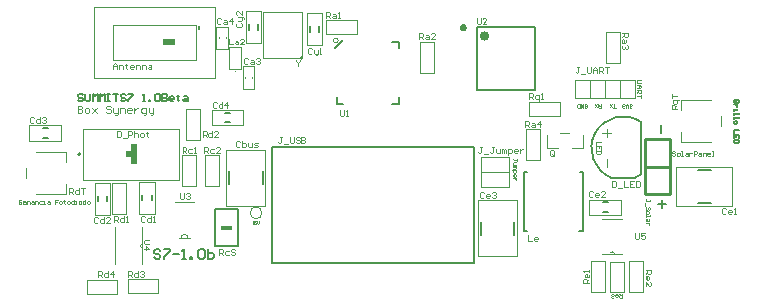
<source format=gto>
G04*
G04 #@! TF.GenerationSoftware,Altium Limited,Altium Designer,19.0.11 (319)*
G04*
G04 Layer_Color=65535*
%FSLAX25Y25*%
%MOIN*%
G70*
G01*
G75*
%ADD10C,0.00787*%
%ADD11C,0.00394*%
%ADD12C,0.00000*%
%ADD13C,0.00500*%
%ADD14C,0.00400*%
%ADD15C,0.00330*%
%ADD16C,0.00354*%
%ADD17C,0.00300*%
%ADD18C,0.00800*%
%ADD19C,0.00197*%
%ADD20C,0.00315*%
%ADD21C,0.00402*%
%ADD22C,0.00200*%
%ADD23C,0.01000*%
%ADD24C,0.00323*%
%ADD25C,0.00600*%
%ADD26C,0.00276*%
%ADD27C,0.00236*%
%ADD28C,0.00591*%
%ADD29C,0.00472*%
%ADD30C,0.00512*%
%ADD31C,0.00433*%
%ADD32R,0.01968X0.07087*%
%ADD33R,0.02559X0.01968*%
%ADD34R,0.00787X0.01772*%
%ADD35R,0.03937X0.01968*%
G36*
X72441Y23819D02*
Y25394D01*
X75984D01*
Y23819D01*
X72441D01*
D02*
G37*
D10*
X25492Y49213D02*
G03*
X25492Y49213I-394J0D01*
G01*
X212371Y59926D02*
G03*
X202464Y41348I-5973J-8745D01*
G01*
X210403Y41377D02*
G03*
X212347Y42419I-4006J9804D01*
G01*
X156752Y12874D02*
Y51583D01*
X89252Y12874D02*
Y51583D01*
X156752D01*
X157579Y91535D02*
X177067D01*
Y70669D02*
Y91535D01*
X157579Y70669D02*
X177067D01*
X157579D02*
Y91535D01*
X212381Y42419D02*
Y59941D01*
X202461Y41339D02*
X210403D01*
X52197Y16895D02*
X51673Y17420D01*
X50623D01*
X50098Y16895D01*
Y16371D01*
X50623Y15846D01*
X51673D01*
X52197Y15321D01*
Y14796D01*
X51673Y14272D01*
X50623D01*
X50098Y14796D01*
X53247Y17420D02*
X55346D01*
Y16895D01*
X53247Y14796D01*
Y14272D01*
X56396Y15846D02*
X58495D01*
X59544Y14272D02*
X60594D01*
X60069D01*
Y17420D01*
X59544Y16895D01*
X62168Y14272D02*
Y14796D01*
X62693D01*
Y14272D01*
X62168D01*
X64792Y16895D02*
X65317Y17420D01*
X66366D01*
X66891Y16895D01*
Y14796D01*
X66366Y14272D01*
X65317D01*
X64792Y14796D01*
Y16895D01*
X67940Y17420D02*
Y14272D01*
X69515D01*
X70039Y14796D01*
Y15321D01*
Y15846D01*
X69515Y16371D01*
X67940D01*
D11*
X46063Y19313D02*
G03*
X46063Y17993I-0J-660D01*
G01*
X37106Y12551D02*
Y24755D01*
X46063Y12551D02*
Y24755D01*
X5840Y33825D02*
X5610Y34055D01*
X5151D01*
X4921Y33825D01*
Y32907D01*
X5151Y32677D01*
X5610D01*
X5840Y32907D01*
Y33366D01*
X5380D01*
X6528Y33595D02*
X6988D01*
X7217Y33366D01*
Y32677D01*
X6528D01*
X6299Y32907D01*
X6528Y33136D01*
X7217D01*
X7676Y32677D02*
Y33595D01*
X8365D01*
X8595Y33366D01*
Y32677D01*
X9283Y33595D02*
X9742D01*
X9972Y33366D01*
Y32677D01*
X9283D01*
X9054Y32907D01*
X9283Y33136D01*
X9972D01*
X10431Y32677D02*
Y33595D01*
X11120D01*
X11350Y33366D01*
Y32677D01*
X12727Y33595D02*
X12038D01*
X11809Y33366D01*
Y32907D01*
X12038Y32677D01*
X12727D01*
X13186D02*
X13645D01*
X13416D01*
Y33595D01*
X13186D01*
X14564D02*
X15023D01*
X15252Y33366D01*
Y32677D01*
X14564D01*
X14334Y32907D01*
X14564Y33136D01*
X15252D01*
X18008Y34055D02*
X17089D01*
Y33366D01*
X17548D01*
X17089D01*
Y32677D01*
X18696D02*
X19155D01*
X19385Y32907D01*
Y33366D01*
X19155Y33595D01*
X18696D01*
X18467Y33366D01*
Y32907D01*
X18696Y32677D01*
X20074Y33825D02*
Y33595D01*
X19844D01*
X20303D01*
X20074D01*
Y32907D01*
X20303Y32677D01*
X21222D02*
X21681D01*
X21910Y32907D01*
Y33366D01*
X21681Y33595D01*
X21222D01*
X20992Y33366D01*
Y32907D01*
X21222Y32677D01*
X23288Y34055D02*
Y32677D01*
X22599D01*
X22370Y32907D01*
Y33366D01*
X22599Y33595D01*
X23288D01*
X23747Y32677D02*
X24206D01*
X23977D01*
Y33595D01*
X23747D01*
X25125Y32677D02*
X25584D01*
X25813Y32907D01*
Y33366D01*
X25584Y33595D01*
X25125D01*
X24895Y33366D01*
Y32907D01*
X25125Y32677D01*
X27191Y34055D02*
Y32677D01*
X26502D01*
X26272Y32907D01*
Y33366D01*
X26502Y33595D01*
X27191D01*
X27880Y32677D02*
X28339D01*
X28568Y32907D01*
Y33366D01*
X28339Y33595D01*
X27880D01*
X27650Y33366D01*
Y32907D01*
X27880Y32677D01*
D12*
X111430Y87008D02*
G03*
X111430Y87008I-800J0D01*
G01*
D13*
X161481Y88583D02*
G03*
X161481Y88583I-1245J0D01*
G01*
X161117D02*
G03*
X161117Y88583I-880J0D01*
G01*
X160793D02*
G03*
X160793Y88583I-557J0D01*
G01*
X160630D02*
G03*
X160630Y88583I-394J0D01*
G01*
Y88189D02*
G03*
X160630Y88189I-394J0D01*
G01*
X154030Y91339D02*
G03*
X154030Y91339I-880J0D01*
G01*
X153937D02*
G03*
X153937Y91339I-394J0D01*
G01*
X153543D02*
G03*
X153543Y91339I-394J0D01*
G01*
X99667Y81276D02*
G03*
X99667Y81276I-339J0D01*
G01*
X89252Y12874D02*
X156752D01*
X86221Y39213D02*
Y43465D01*
X75197Y39213D02*
Y43465D01*
X231339Y43976D02*
X235591D01*
X231339Y32953D02*
X235591D01*
X170177Y22360D02*
Y26612D01*
X159153Y22360D02*
Y26612D01*
X192913Y23425D02*
Y43110D01*
X191732Y23425D02*
X192913D01*
X191929Y43110D02*
X192913D01*
X173228Y23425D02*
Y43110D01*
X174409D01*
X173228Y23425D02*
X174213D01*
X70472Y18406D02*
Y30807D01*
Y18406D02*
X77953D01*
Y30807D01*
X70472D02*
X77953D01*
X46161Y33810D02*
Y35581D01*
X49311Y33810D02*
Y35581D01*
X34447Y33416D02*
Y35188D01*
X31297Y33416D02*
Y35188D01*
X12953Y57756D02*
X14724D01*
X12953Y54606D02*
X14724D01*
X199567Y29921D02*
X201339D01*
X199567Y33071D02*
X201339D01*
X101969Y90059D02*
Y91831D01*
X105118Y90059D02*
Y91831D01*
X81653Y90728D02*
Y92500D01*
X84803Y90728D02*
Y92500D01*
X73642Y62894D02*
X75413D01*
X73642Y59744D02*
X75413D01*
D14*
X203556Y15846D02*
G03*
X201956Y15846I-800J0D01*
G01*
X61436Y21265D02*
G03*
X59036Y21265I-1200J0D01*
G01*
X36419Y80513D02*
Y92324D01*
Y80513D02*
X63977D01*
Y92324D01*
X36419D02*
X63977D01*
X189272Y51279D02*
X192913D01*
Y55413D01*
X185531Y56398D02*
X188484D01*
X181102Y51279D02*
X184744D01*
X181102D02*
Y55413D01*
X199409Y27657D02*
X206102D01*
X199409Y15846D02*
X206102D01*
X58536Y21265D02*
X59036D01*
X61436D01*
X61936D01*
X57036Y33165D02*
X63436D01*
X159055Y48307D02*
X168504D01*
Y43307D02*
Y48307D01*
X159055Y43307D02*
X168504D01*
X159055D02*
Y48307D01*
X168504Y38287D02*
Y41563D01*
X159055Y38287D02*
Y41614D01*
Y38287D02*
X168504D01*
X20866Y46457D02*
Y50000D01*
X10630D02*
X20866D01*
X7480Y41339D02*
Y44488D01*
X10630Y35827D02*
X20866D01*
Y39370D01*
X225590Y53150D02*
Y56693D01*
Y53150D02*
X235827D01*
X238976Y58661D02*
Y61811D01*
X225590Y67323D02*
X235827D01*
X225590Y63779D02*
Y67323D01*
X86528Y81276D02*
X99328D01*
X86528D02*
Y96576D01*
X99328D01*
Y81276D02*
Y96576D01*
X205394Y67866D02*
X210394D01*
Y73866D01*
X190394D02*
X210394D01*
X190394Y67866D02*
Y73866D01*
Y67866D02*
X210394D01*
X205394D02*
Y73866D01*
X200394Y67866D02*
Y73866D01*
X195394Y67866D02*
Y73866D01*
X200984Y44833D02*
Y47490D01*
Y54833D02*
Y57490D01*
Y56181D02*
Y57490D01*
Y56181D02*
X202461D01*
X199508D02*
X202461D01*
X200984Y56102D02*
X202461D01*
X200984D02*
Y57411D01*
X223736Y49970D02*
X223486Y50220D01*
X222986D01*
X222736Y49970D01*
Y49720D01*
X222986Y49470D01*
X223486D01*
X223736Y49220D01*
Y48970D01*
X223486Y48720D01*
X222986D01*
X222736Y48970D01*
X224486Y48720D02*
X224986D01*
X225235Y48970D01*
Y49470D01*
X224986Y49720D01*
X224486D01*
X224236Y49470D01*
Y48970D01*
X224486Y48720D01*
X225735D02*
X226235D01*
X225985D01*
Y50220D01*
X225735D01*
X227235Y49720D02*
X227735D01*
X227984Y49470D01*
Y48720D01*
X227235D01*
X226985Y48970D01*
X227235Y49220D01*
X227984D01*
X228484Y49720D02*
Y48720D01*
Y49220D01*
X228734Y49470D01*
X228984Y49720D01*
X229234D01*
X229984Y48720D02*
Y50220D01*
X230734D01*
X230984Y49970D01*
Y49470D01*
X230734Y49220D01*
X229984D01*
X231733Y49720D02*
X232233D01*
X232483Y49470D01*
Y48720D01*
X231733D01*
X231483Y48970D01*
X231733Y49220D01*
X232483D01*
X232983Y48720D02*
Y49720D01*
X233733D01*
X233983Y49470D01*
Y48720D01*
X235232D02*
X234732D01*
X234483Y48970D01*
Y49470D01*
X234732Y49720D01*
X235232D01*
X235482Y49470D01*
Y49220D01*
X234483D01*
X235982Y48720D02*
X236482D01*
X236232D01*
Y50220D01*
X235982D01*
D15*
X77217Y76885D02*
G03*
X77217Y76885I-150J0D01*
G01*
D16*
X86033Y29626D02*
G03*
X86033Y29626I-1978J0D01*
G01*
X206102Y2559D02*
Y1182D01*
X205414D01*
X205184Y1411D01*
Y1870D01*
X205414Y2100D01*
X206102D01*
X205643D02*
X205184Y2559D01*
X204036D02*
X204495D01*
X204725Y2330D01*
Y1870D01*
X204495Y1641D01*
X204036D01*
X203806Y1870D01*
Y2100D01*
X204725D01*
X203347Y1411D02*
X203118Y1182D01*
X202659D01*
X202429Y1411D01*
Y1641D01*
X202659Y1870D01*
X202888D01*
X202659D01*
X202429Y2100D01*
Y2330D01*
X202659Y2559D01*
X203118D01*
X203347Y2330D01*
D17*
X58421Y40713D02*
Y57713D01*
X26421D02*
X58421D01*
X26421Y40713D02*
Y57713D01*
Y40713D02*
X58421D01*
X51476Y2756D02*
Y7480D01*
X41240D02*
X51476D01*
X41240Y2756D02*
Y7480D01*
Y2756D02*
X51476D01*
X27559Y2657D02*
Y7382D01*
Y2657D02*
X37795D01*
Y7382D01*
X27559D02*
X37795D01*
X74209Y32039D02*
X87209D01*
Y50639D01*
X74209D02*
X87209D01*
X74209Y32039D02*
Y50639D01*
X224165Y44965D02*
X242765D01*
Y31965D02*
Y44965D01*
X224165Y31965D02*
X242765D01*
X224165D02*
Y44965D01*
X158165Y15186D02*
X171165D01*
Y33786D01*
X158165D02*
X171165D01*
X158165Y15186D02*
Y33786D01*
X107480Y89173D02*
X117717D01*
X107480D02*
Y93898D01*
X117717D01*
Y89173D02*
Y93898D01*
X138583Y86417D02*
X143307D01*
X138583Y76181D02*
Y86417D01*
Y76181D02*
X143307D01*
Y86417D01*
X200553Y79528D02*
Y89764D01*
X205278D01*
Y79528D02*
Y89764D01*
X200553Y79528D02*
X205278D01*
X174016Y57480D02*
X178740D01*
X174016Y47244D02*
Y57480D01*
Y47244D02*
X178740D01*
Y57480D01*
X64173Y38524D02*
Y48760D01*
X59449Y38524D02*
X64173D01*
X59449D02*
Y48760D01*
X64173D01*
X66929D02*
X71653D01*
X66929Y38524D02*
Y48760D01*
Y38524D02*
X71653D01*
Y48760D01*
X40846Y29232D02*
Y39469D01*
X36122Y29232D02*
X40846D01*
X36122D02*
Y39469D01*
X40846D01*
X195669Y13445D02*
X200394D01*
X195669Y3209D02*
Y13445D01*
Y3209D02*
X200394D01*
Y13445D01*
X208268Y3209D02*
Y13445D01*
X212992D01*
Y3209D02*
Y13445D01*
X208268Y3209D02*
X212992D01*
X201969Y13386D02*
X206693D01*
X201969Y3150D02*
Y13386D01*
Y3150D02*
X206693D01*
Y13386D01*
X175059Y61811D02*
X185295D01*
X175059D02*
Y66535D01*
X185295D01*
Y61811D02*
Y66535D01*
X60728Y53878D02*
Y64114D01*
X65453D01*
Y53878D02*
Y64114D01*
X60728Y53878D02*
X65453D01*
X50295Y29381D02*
Y40010D01*
X45177Y29381D02*
X50295D01*
X45177D02*
Y40010D01*
X50295D01*
X30313Y28987D02*
Y39617D01*
X35431D01*
Y28987D02*
Y39617D01*
X30313Y28987D02*
X35431D01*
X8524Y53622D02*
X19154D01*
X8524D02*
Y58740D01*
X19154D01*
Y53622D02*
Y58740D01*
X195138Y34055D02*
X205768D01*
Y28937D02*
Y34055D01*
X195138Y28937D02*
X205768D01*
X195138D02*
Y34055D01*
X106102Y85630D02*
Y96260D01*
X100984Y85630D02*
X106102D01*
X100984D02*
Y96260D01*
X106102D01*
X85787Y86299D02*
Y96929D01*
X80669Y86299D02*
X85787D01*
X80669D02*
Y96929D01*
X85787D01*
X69213Y58760D02*
X79843D01*
X69213D02*
Y63878D01*
X79843D01*
Y58760D02*
Y63878D01*
X212493Y73866D02*
X211160D01*
X210894Y73600D01*
Y73066D01*
X211160Y72800D01*
X212493D01*
X210894Y72267D02*
X211960D01*
X212493Y71733D01*
X211960Y71200D01*
X210894D01*
X211693D01*
Y72267D01*
X210894Y70667D02*
X212493D01*
Y69867D01*
X212227Y69601D01*
X211693D01*
X211427Y69867D01*
Y70667D01*
Y70134D02*
X210894Y69601D01*
X212493Y69068D02*
Y68001D01*
Y68534D01*
X210894D01*
X209394Y64792D02*
X209194Y64592D01*
X208794D01*
X208594Y64792D01*
Y64992D01*
X208794Y65192D01*
X208994D01*
X208794D01*
X208594Y65391D01*
Y65591D01*
X208794Y65791D01*
X209194D01*
X209394Y65591D01*
X208194Y64592D02*
Y65391D01*
X207794Y65791D01*
X207394Y65391D01*
Y64592D01*
X206995Y64792D02*
X206795Y64592D01*
X206395D01*
X206195Y64792D01*
Y64992D01*
X206395Y65192D01*
X206595D01*
X206395D01*
X206195Y65391D01*
Y65591D01*
X206395Y65791D01*
X206795D01*
X206995Y65591D01*
X203894Y64592D02*
X203094D01*
X203494D01*
Y65791D01*
X202694Y64992D02*
X201894Y65791D01*
X202294Y65391D01*
X201894Y64992D01*
X202694Y65791D01*
X198894D02*
Y64592D01*
X198294D01*
X198094Y64792D01*
Y65192D01*
X198294Y65391D01*
X198894D01*
X198494D02*
X198094Y65791D01*
X197694Y64992D02*
X196894Y65791D01*
X197294Y65391D01*
X196894Y64992D01*
X197694Y65791D01*
X193594Y64792D02*
X193794Y64592D01*
X194194D01*
X194394Y64792D01*
Y65591D01*
X194194Y65791D01*
X193794D01*
X193594Y65591D01*
Y65192D01*
X193994D01*
X193194Y65791D02*
Y64592D01*
X192394Y65791D01*
Y64592D01*
X191995D02*
Y65791D01*
X191395D01*
X191195Y65591D01*
Y64792D01*
X191395Y64592D01*
X191995D01*
D18*
X129528Y86721D02*
X131602D01*
Y84646D02*
Y86721D01*
Y66035D02*
Y68110D01*
X129528Y66035D02*
X131602D01*
X110917D02*
X112992D01*
X110917D02*
Y68110D01*
X110417Y84646D02*
X112992Y87221D01*
D19*
X70277Y74607D02*
Y98229D01*
X30119Y74607D02*
X70277D01*
X30119Y98229D02*
X70277D01*
X30119Y74607D02*
Y98229D01*
D20*
X168504Y41563D02*
Y43307D01*
X215354Y33432D02*
Y33891D01*
Y33662D01*
X214206D01*
X213976Y33891D01*
Y34121D01*
X214206Y34350D01*
X213747Y32973D02*
Y32055D01*
X215124Y30677D02*
X215354Y30907D01*
Y31366D01*
X215124Y31595D01*
X214895D01*
X214665Y31366D01*
Y30907D01*
X214436Y30677D01*
X214206D01*
X213976Y30907D01*
Y31366D01*
X214206Y31595D01*
X213976Y29988D02*
Y29529D01*
X214206Y29300D01*
X214665D01*
X214895Y29529D01*
Y29988D01*
X214665Y30218D01*
X214206D01*
X213976Y29988D01*
Y28840D02*
Y28381D01*
Y28611D01*
X215354D01*
Y28840D01*
X214895Y27463D02*
Y27004D01*
X214665Y26774D01*
X213976D01*
Y27463D01*
X214206Y27692D01*
X214436Y27463D01*
Y26774D01*
X214895Y26315D02*
X213976D01*
X214436D01*
X214665Y26085D01*
X214895Y25856D01*
Y25626D01*
D21*
X168504Y40472D02*
Y43307D01*
X159055Y40524D02*
Y43358D01*
D22*
X75197Y77475D02*
X78937D01*
Y84955D01*
X75197D02*
X78937D01*
X75197Y77475D02*
Y84955D01*
X83465Y70985D02*
Y78465D01*
X79724Y70985D02*
X83465D01*
X79724D02*
Y78465D01*
X83465D01*
X82776Y74528D02*
Y74922D01*
X80413Y74528D02*
Y74922D01*
X70866Y84253D02*
Y91733D01*
X74606D01*
Y84253D02*
Y91733D01*
X70866Y84253D02*
X74606D01*
X71555Y87796D02*
Y88190D01*
X73917Y87796D02*
Y88190D01*
D23*
X222047Y35827D02*
Y54331D01*
X213779D02*
X222047D01*
X213779Y35827D02*
Y54331D01*
Y35827D02*
X222047D01*
X213779Y44882D02*
X222047D01*
D24*
X171023Y47061D02*
Y47507D01*
Y47284D01*
X169908D01*
X169685Y47507D01*
Y47730D01*
X169908Y47953D01*
X170577Y46615D02*
X169908D01*
X169685Y46392D01*
Y45722D01*
X170577D01*
X169685Y45276D02*
X170577D01*
Y45053D01*
X170354Y44830D01*
X169685D01*
X170354D01*
X170577Y44607D01*
X170354Y44384D01*
X169685D01*
X169239Y43938D02*
X170577D01*
Y43269D01*
X170354Y43046D01*
X169908D01*
X169685Y43269D01*
Y43938D01*
Y41931D02*
Y42377D01*
X169908Y42600D01*
X170354D01*
X170577Y42377D01*
Y41931D01*
X170354Y41708D01*
X170131D01*
Y42600D01*
X170577Y41262D02*
X169685D01*
X170131D01*
X170354Y41039D01*
X170577Y40816D01*
Y40593D01*
D25*
X219519Y33957D02*
Y31291D01*
X220852Y32624D02*
X218186D01*
X219125Y58760D02*
Y56094D01*
D26*
X199114Y53347D02*
X197539D01*
Y52297D01*
X199114Y50723D02*
Y51772D01*
X197539D01*
Y50723D01*
X198327Y51772D02*
Y51247D01*
X199114Y50198D02*
X197539D01*
Y49411D01*
X197802Y49148D01*
X198851D01*
X199114Y49411D01*
Y50198D01*
D27*
X83956Y26968D02*
X83169D01*
Y26378D01*
X83563Y26575D01*
X83760D01*
X83956Y26378D01*
Y25984D01*
X83760Y25787D01*
X83366D01*
X83169Y25984D01*
X84350Y26968D02*
Y26181D01*
X84744Y25787D01*
X85137Y26181D01*
Y26968D01*
D28*
X26331Y68864D02*
X25925Y69271D01*
X25111D01*
X24705Y68864D01*
Y68458D01*
X25111Y68051D01*
X25925D01*
X26331Y67644D01*
Y67237D01*
X25925Y66831D01*
X25111D01*
X24705Y67237D01*
X27145Y69271D02*
Y67237D01*
X27552Y66831D01*
X28365D01*
X28772Y67237D01*
Y69271D01*
X29585Y66831D02*
Y69271D01*
X30398Y68458D01*
X31212Y69271D01*
Y66831D01*
X32025D02*
Y69271D01*
X32838Y68458D01*
X33652Y69271D01*
Y66831D01*
X34465Y69271D02*
X35279D01*
X34872D01*
Y66831D01*
X34465D01*
X35279D01*
X36499Y69271D02*
X38126D01*
X37312D01*
Y66831D01*
X40566Y68864D02*
X40159Y69271D01*
X39346D01*
X38939Y68864D01*
Y68458D01*
X39346Y68051D01*
X40159D01*
X40566Y67644D01*
Y67237D01*
X40159Y66831D01*
X39346D01*
X38939Y67237D01*
X41379Y69271D02*
X43006D01*
Y68864D01*
X41379Y67237D01*
Y66831D01*
X46259D02*
X47073D01*
X46666D01*
Y69271D01*
X46259Y68864D01*
X48293Y66831D02*
Y67237D01*
X48700D01*
Y66831D01*
X48293D01*
X50326Y68864D02*
X50733Y69271D01*
X51546D01*
X51953Y68864D01*
Y67237D01*
X51546Y66831D01*
X50733D01*
X50326Y67237D01*
Y68864D01*
X52766Y69271D02*
Y66831D01*
X53987D01*
X54393Y67237D01*
Y67644D01*
X53987Y68051D01*
X52766D01*
X53987D01*
X54393Y68458D01*
Y68864D01*
X53987Y69271D01*
X52766D01*
X56427Y66831D02*
X55613D01*
X55207Y67237D01*
Y68051D01*
X55613Y68458D01*
X56427D01*
X56833Y68051D01*
Y67644D01*
X55207D01*
X58053Y68864D02*
Y68458D01*
X57647D01*
X58460D01*
X58053D01*
Y67237D01*
X58460Y66831D01*
X60087Y68458D02*
X60900D01*
X61307Y68051D01*
Y66831D01*
X60087D01*
X59680Y67237D01*
X60087Y67644D01*
X61307D01*
D29*
X24606Y65354D02*
Y62992D01*
X25787D01*
X26181Y63386D01*
Y63779D01*
X25787Y64173D01*
X24606D01*
X25787D01*
X26181Y64566D01*
Y64960D01*
X25787Y65354D01*
X24606D01*
X27361Y62992D02*
X28148D01*
X28542Y63386D01*
Y64173D01*
X28148Y64566D01*
X27361D01*
X26968Y64173D01*
Y63386D01*
X27361Y62992D01*
X29329Y64566D02*
X30904Y62992D01*
X30116Y63779D01*
X30904Y64566D01*
X29329Y62992D01*
X35626Y64960D02*
X35233Y65354D01*
X34446D01*
X34052Y64960D01*
Y64566D01*
X34446Y64173D01*
X35233D01*
X35626Y63779D01*
Y63386D01*
X35233Y62992D01*
X34446D01*
X34052Y63386D01*
X36413Y64566D02*
Y63386D01*
X36807Y62992D01*
X37988D01*
Y62599D01*
X37594Y62205D01*
X37201D01*
X37988Y62992D02*
Y64566D01*
X38775Y62992D02*
Y64566D01*
X39956D01*
X40349Y64173D01*
Y62992D01*
X42317D02*
X41530D01*
X41136Y63386D01*
Y64173D01*
X41530Y64566D01*
X42317D01*
X42711Y64173D01*
Y63779D01*
X41136D01*
X43498Y64566D02*
Y62992D01*
Y63779D01*
X43891Y64173D01*
X44285Y64566D01*
X44679D01*
X46646Y62205D02*
X47040D01*
X47434Y62599D01*
Y64566D01*
X46253D01*
X45859Y64173D01*
Y63386D01*
X46253Y62992D01*
X47434D01*
X48221Y64566D02*
Y63386D01*
X48614Y62992D01*
X49795D01*
Y62599D01*
X49401Y62205D01*
X49008D01*
X49795Y62992D02*
Y64566D01*
D30*
X244881Y67323D02*
X243307D01*
Y66536D01*
X243569Y66273D01*
X243832D01*
X244094Y66536D01*
Y67323D01*
Y66536D01*
X244357Y66273D01*
X244619D01*
X244881Y66536D01*
Y67323D01*
X244357Y65749D02*
X243307D01*
X243832D01*
X244094Y65486D01*
X244357Y65224D01*
Y64961D01*
X243307Y64174D02*
Y63649D01*
Y63912D01*
X244357D01*
Y64174D01*
X243307Y62862D02*
Y62338D01*
Y62600D01*
X244881D01*
Y62862D01*
X243307Y61550D02*
Y61026D01*
Y61288D01*
X244881D01*
Y61550D01*
X243307Y59976D02*
Y59451D01*
X243569Y59189D01*
X244094D01*
X244357Y59451D01*
Y59976D01*
X244094Y60238D01*
X243569D01*
X243307Y59976D01*
X244881Y57090D02*
X243307D01*
Y56040D01*
X244881Y54466D02*
Y55516D01*
X243307D01*
Y54466D01*
X244094Y55516D02*
Y54991D01*
X244881Y53941D02*
X243307D01*
Y53154D01*
X243569Y52892D01*
X244619D01*
X244881Y53154D01*
Y53941D01*
D31*
X48523Y20472D02*
X46883D01*
X46555Y20144D01*
Y19489D01*
X46883Y19161D01*
X48523D01*
X46555Y17521D02*
X48523D01*
X47539Y18505D01*
Y17193D01*
X31398Y8268D02*
Y10236D01*
X32382D01*
X32710Y9908D01*
Y9252D01*
X32382Y8924D01*
X31398D01*
X32054D02*
X32710Y8268D01*
X34677Y10236D02*
Y8268D01*
X33694D01*
X33365Y8596D01*
Y9252D01*
X33694Y9580D01*
X34677D01*
X36317Y8268D02*
Y10236D01*
X35333Y9252D01*
X36645D01*
X41341Y8268D02*
Y10236D01*
X42325D01*
X42653Y9908D01*
Y9252D01*
X42325Y8924D01*
X41341D01*
X41997D02*
X42653Y8268D01*
X44621Y10236D02*
Y8268D01*
X43637D01*
X43309Y8596D01*
Y9252D01*
X43637Y9580D01*
X44621D01*
X45277Y9908D02*
X45605Y10236D01*
X46261D01*
X46589Y9908D01*
Y9580D01*
X46261Y9252D01*
X45933D01*
X46261D01*
X46589Y8924D01*
Y8596D01*
X46261Y8268D01*
X45605D01*
X45277Y8596D01*
X92651Y55019D02*
X91995D01*
X92322D01*
Y53379D01*
X91995Y53051D01*
X91667D01*
X91339Y53379D01*
X93306Y52723D02*
X94618D01*
X95274Y55019D02*
Y53379D01*
X95602Y53051D01*
X96258D01*
X96586Y53379D01*
Y55019D01*
X98554Y54691D02*
X98226Y55019D01*
X97570D01*
X97242Y54691D01*
Y54363D01*
X97570Y54035D01*
X98226D01*
X98554Y53707D01*
Y53379D01*
X98226Y53051D01*
X97570D01*
X97242Y53379D01*
X99210Y55019D02*
Y53051D01*
X100194D01*
X100522Y53379D01*
Y53707D01*
X100194Y54035D01*
X99210D01*
X100194D01*
X100522Y54363D01*
Y54691D01*
X100194Y55019D01*
X99210D01*
X224410Y64173D02*
X222560D01*
Y65098D01*
X222868Y65406D01*
X223484D01*
X223793Y65098D01*
Y64173D01*
Y64790D02*
X224410Y65406D01*
X225026Y67256D02*
X223176D01*
Y66331D01*
X223484Y66023D01*
X224101D01*
X224410Y66331D01*
Y67256D01*
X222560Y67873D02*
Y69106D01*
Y68489D01*
X224410D01*
X75197Y87598D02*
Y85827D01*
X76378D01*
X77263Y87007D02*
X77854D01*
X78149Y86712D01*
Y85827D01*
X77263D01*
X76968Y86122D01*
X77263Y86417D01*
X78149D01*
X79920Y85827D02*
X78739D01*
X79920Y87007D01*
Y87303D01*
X79624Y87598D01*
X79034D01*
X78739Y87303D01*
X72277Y94258D02*
X71948Y94586D01*
X71293D01*
X70965Y94258D01*
Y92946D01*
X71293Y92618D01*
X71948D01*
X72277Y92946D01*
X73260Y93930D02*
X73916D01*
X74244Y93602D01*
Y92618D01*
X73260D01*
X72932Y92946D01*
X73260Y93274D01*
X74244D01*
X75884Y92618D02*
Y94586D01*
X74900Y93602D01*
X76212D01*
X81430Y80971D02*
X81102Y81299D01*
X80446D01*
X80118Y80971D01*
Y79659D01*
X80446Y79331D01*
X81102D01*
X81430Y79659D01*
X82414Y80643D02*
X83070D01*
X83398Y80315D01*
Y79331D01*
X82414D01*
X82086Y79659D01*
X82414Y79987D01*
X83398D01*
X84054Y80971D02*
X84382Y81299D01*
X85038D01*
X85366Y80971D01*
Y80643D01*
X85038Y80315D01*
X84710D01*
X85038D01*
X85366Y79987D01*
Y79659D01*
X85038Y79331D01*
X84382D01*
X84054Y79659D01*
X36417Y77658D02*
Y78969D01*
X37073Y79625D01*
X37729Y78969D01*
Y77658D01*
Y78641D01*
X36417D01*
X38385Y77658D02*
Y78969D01*
X39369D01*
X39697Y78641D01*
Y77658D01*
X40681Y79297D02*
Y78969D01*
X40353D01*
X41009D01*
X40681D01*
Y77986D01*
X41009Y77658D01*
X42977D02*
X42321D01*
X41993Y77986D01*
Y78641D01*
X42321Y78969D01*
X42977D01*
X43305Y78641D01*
Y78313D01*
X41993D01*
X43961Y77658D02*
Y78969D01*
X44945D01*
X45273Y78641D01*
Y77658D01*
X45929D02*
Y78969D01*
X46913D01*
X47241Y78641D01*
Y77658D01*
X48224Y78969D02*
X48880D01*
X49208Y78641D01*
Y77658D01*
X48224D01*
X47897Y77986D01*
X48224Y78313D01*
X49208D01*
X66240Y55020D02*
Y56988D01*
X67224D01*
X67552Y56660D01*
Y56004D01*
X67224Y55676D01*
X66240D01*
X66896D02*
X67552Y55020D01*
X69520Y56988D02*
Y55020D01*
X68536D01*
X68208Y55348D01*
Y56004D01*
X68536Y56332D01*
X69520D01*
X71488Y55020D02*
X70176D01*
X71488Y56332D01*
Y56660D01*
X71160Y56988D01*
X70504D01*
X70176Y56660D01*
X70898Y66305D02*
X70570Y66633D01*
X69915D01*
X69587Y66305D01*
Y64993D01*
X69915Y64665D01*
X70570D01*
X70898Y64993D01*
X72866Y66633D02*
Y64665D01*
X71882D01*
X71554Y64993D01*
Y65649D01*
X71882Y65977D01*
X72866D01*
X74506Y64665D02*
Y66633D01*
X73522Y65649D01*
X74834D01*
X21850Y35925D02*
Y37893D01*
X22834D01*
X23162Y37565D01*
Y36909D01*
X22834Y36581D01*
X21850D01*
X22506D02*
X23162Y35925D01*
X25130Y37893D02*
Y35925D01*
X24146D01*
X23818Y36253D01*
Y36909D01*
X24146Y37237D01*
X25130D01*
X25786Y37893D02*
X27098D01*
X26442D01*
Y35925D01*
X97402Y80649D02*
Y80321D01*
X98058Y79665D01*
X98713Y80321D01*
Y80649D01*
X98058Y79665D02*
Y78681D01*
X210403Y22834D02*
Y21194D01*
X210731Y20866D01*
X211387D01*
X211715Y21194D01*
Y22834D01*
X213683D02*
X212371D01*
Y21850D01*
X213027Y22178D01*
X213355D01*
X213683Y21850D01*
Y21194D01*
X213355Y20866D01*
X212699D01*
X212371Y21194D01*
X58661Y36220D02*
Y34580D01*
X58989Y34252D01*
X59645D01*
X59973Y34580D01*
Y36220D01*
X60629Y35892D02*
X60957Y36220D01*
X61613D01*
X61941Y35892D01*
Y35564D01*
X61613Y35236D01*
X61285D01*
X61613D01*
X61941Y34908D01*
Y34580D01*
X61613Y34252D01*
X60957D01*
X60629Y34580D01*
X157579Y94586D02*
Y92946D01*
X157907Y92618D01*
X158563D01*
X158891Y92946D01*
Y94586D01*
X160859Y92618D02*
X159547D01*
X160859Y93930D01*
Y94258D01*
X160530Y94586D01*
X159875D01*
X159547Y94258D01*
X112205Y63779D02*
Y62139D01*
X112533Y61811D01*
X113189D01*
X113517Y62139D01*
Y63779D01*
X114173Y61811D02*
X114829D01*
X114501D01*
Y63779D01*
X114173Y63451D01*
X175197Y67716D02*
Y69684D01*
X176181D01*
X176509Y69356D01*
Y68700D01*
X176181Y68372D01*
X175197D01*
X175853D02*
X176509Y67716D01*
X178477Y67061D02*
Y69028D01*
X177493D01*
X177165Y68700D01*
Y68045D01*
X177493Y67716D01*
X178477D01*
X179133D02*
X179788D01*
X179461D01*
Y69684D01*
X179133Y69356D01*
X213878Y10531D02*
X215846D01*
Y9548D01*
X215518Y9220D01*
X214862D01*
X214534Y9548D01*
Y10531D01*
Y9876D02*
X213878Y9220D01*
Y7580D02*
Y8236D01*
X214206Y8564D01*
X214862D01*
X215190Y8236D01*
Y7580D01*
X214862Y7252D01*
X214534D01*
Y8564D01*
X213878Y5284D02*
Y6596D01*
X215190Y5284D01*
X215518D01*
X215846Y5612D01*
Y6268D01*
X215518Y6596D01*
X194882Y6102D02*
X192914D01*
Y7086D01*
X193242Y7414D01*
X193898D01*
X194226Y7086D01*
Y6102D01*
Y6758D02*
X194882Y7414D01*
Y9054D02*
Y8398D01*
X194554Y8070D01*
X193898D01*
X193570Y8398D01*
Y9054D01*
X193898Y9382D01*
X194226D01*
Y8070D01*
X194882Y10038D02*
Y10694D01*
Y10366D01*
X192914D01*
X193242Y10038D01*
X36713Y26673D02*
Y28641D01*
X37696D01*
X38025Y28313D01*
Y27657D01*
X37696Y27329D01*
X36713D01*
X37369D02*
X38025Y26673D01*
X39992Y28641D02*
Y26673D01*
X39008D01*
X38680Y27001D01*
Y27657D01*
X39008Y27985D01*
X39992D01*
X40648Y26673D02*
X41304D01*
X40976D01*
Y28641D01*
X40648Y28313D01*
X66831Y49705D02*
Y51673D01*
X67815D01*
X68143Y51345D01*
Y50689D01*
X67815Y50361D01*
X66831D01*
X67487D02*
X68143Y49705D01*
X70110Y51017D02*
X69126D01*
X68799Y50689D01*
Y50033D01*
X69126Y49705D01*
X70110D01*
X72078D02*
X70766D01*
X72078Y51017D01*
Y51345D01*
X71750Y51673D01*
X71094D01*
X70766Y51345D01*
X59547Y49705D02*
Y51673D01*
X60531D01*
X60859Y51345D01*
Y50689D01*
X60531Y50361D01*
X59547D01*
X60203D02*
X60859Y49705D01*
X62827Y51017D02*
X61843D01*
X61515Y50689D01*
Y50033D01*
X61843Y49705D01*
X62827D01*
X63483D02*
X64139D01*
X63811D01*
Y51673D01*
X63483Y51345D01*
X173819Y58366D02*
Y60334D01*
X174803D01*
X175131Y60006D01*
Y59350D01*
X174803Y59022D01*
X173819D01*
X174475D02*
X175131Y58366D01*
X176115Y59678D02*
X176771D01*
X177099Y59350D01*
Y58366D01*
X176115D01*
X175787Y58694D01*
X176115Y59022D01*
X177099D01*
X178739Y58366D02*
Y60334D01*
X177755Y59350D01*
X179067D01*
X206065Y89567D02*
X208033D01*
Y88583D01*
X207705Y88255D01*
X207049D01*
X206721Y88583D01*
Y89567D01*
Y88911D02*
X206065Y88255D01*
X207377Y87271D02*
Y86615D01*
X207049Y86287D01*
X206065D01*
Y87271D01*
X206393Y87599D01*
X206721Y87271D01*
Y86287D01*
X207705Y85631D02*
X208033Y85303D01*
Y84647D01*
X207705Y84319D01*
X207377D01*
X207049Y84647D01*
Y84975D01*
Y84647D01*
X206721Y84319D01*
X206393D01*
X206065Y84647D01*
Y85303D01*
X206393Y85631D01*
X138484Y87598D02*
Y89566D01*
X139468D01*
X139796Y89238D01*
Y88582D01*
X139468Y88254D01*
X138484D01*
X139140D02*
X139796Y87598D01*
X140780Y88910D02*
X141436D01*
X141764Y88582D01*
Y87598D01*
X140780D01*
X140452Y87926D01*
X140780Y88254D01*
X141764D01*
X143732Y87598D02*
X142420D01*
X143732Y88910D01*
Y89238D01*
X143404Y89566D01*
X142748D01*
X142420Y89238D01*
X107480Y94685D02*
Y96653D01*
X108464D01*
X108792Y96325D01*
Y95669D01*
X108464Y95341D01*
X107480D01*
X108136D02*
X108792Y94685D01*
X109776Y95997D02*
X110432D01*
X110760Y95669D01*
Y94685D01*
X109776D01*
X109448Y95013D01*
X109776Y95341D01*
X110760D01*
X111416Y94685D02*
X112072D01*
X111744D01*
Y96653D01*
X111416Y96325D01*
X71752Y15650D02*
Y17617D01*
X72736D01*
X73064Y17289D01*
Y16634D01*
X72736Y16306D01*
X71752D01*
X72408D02*
X73064Y15650D01*
X75032Y16962D02*
X74048D01*
X73720Y16634D01*
Y15978D01*
X74048Y15650D01*
X75032D01*
X77000Y17289D02*
X76672Y17617D01*
X76016D01*
X75688Y17289D01*
Y16962D01*
X76016Y16634D01*
X76672D01*
X77000Y16306D01*
Y15978D01*
X76672Y15650D01*
X76016D01*
X75688Y15978D01*
X183398Y48852D02*
Y50164D01*
X183071Y50491D01*
X182415D01*
X182087Y50164D01*
Y48852D01*
X182415Y48524D01*
X183071D01*
X182743Y49180D02*
X183398Y48524D01*
X183071D02*
X183398Y48852D01*
X174803Y22342D02*
Y20374D01*
X176115D01*
X177755D02*
X177099D01*
X176771Y20702D01*
Y21358D01*
X177099Y21686D01*
X177755D01*
X178083Y21358D01*
Y21030D01*
X176771D01*
X191863Y78346D02*
X191207D01*
X191535D01*
Y76706D01*
X191207Y76378D01*
X190879D01*
X190551Y76706D01*
X192519Y76050D02*
X193831D01*
X194487Y78346D02*
Y76706D01*
X194815Y76378D01*
X195471D01*
X195799Y76706D01*
Y78346D01*
X196455Y76378D02*
Y77690D01*
X197111Y78346D01*
X197767Y77690D01*
Y76378D01*
Y77362D01*
X196455D01*
X198423Y76378D02*
Y78346D01*
X199407D01*
X199734Y78018D01*
Y77362D01*
X199407Y77034D01*
X198423D01*
X199079D02*
X199734Y76378D01*
X200391Y78346D02*
X201702D01*
X201046D01*
Y76378D01*
X159481Y51673D02*
X158825D01*
X159153D01*
Y50033D01*
X158825Y49705D01*
X158497D01*
X158169Y50033D01*
X160137Y49377D02*
X161449D01*
X163417Y51673D02*
X162761D01*
X163089D01*
Y50033D01*
X162761Y49705D01*
X162433D01*
X162105Y50033D01*
X164073Y51017D02*
Y50033D01*
X164401Y49705D01*
X165385D01*
Y51017D01*
X166041Y49705D02*
Y51017D01*
X166369D01*
X166697Y50689D01*
Y49705D01*
Y50689D01*
X167025Y51017D01*
X167353Y50689D01*
Y49705D01*
X168009Y49049D02*
Y51017D01*
X168992D01*
X169320Y50689D01*
Y50033D01*
X168992Y49705D01*
X168009D01*
X170960D02*
X170304D01*
X169976Y50033D01*
Y50689D01*
X170304Y51017D01*
X170960D01*
X171288Y50689D01*
Y50361D01*
X169976D01*
X171944Y51017D02*
Y49705D01*
Y50361D01*
X172272Y50689D01*
X172600Y51017D01*
X172928D01*
X37598Y56988D02*
Y55020D01*
X38582D01*
X38910Y55348D01*
Y56660D01*
X38582Y56988D01*
X37598D01*
X39566Y54692D02*
X40878D01*
X41534Y55020D02*
Y56988D01*
X42518D01*
X42846Y56660D01*
Y56004D01*
X42518Y55676D01*
X41534D01*
X43502Y56988D02*
Y55020D01*
Y56004D01*
X43830Y56332D01*
X44486D01*
X44814Y56004D01*
Y55020D01*
X45798D02*
X46454D01*
X46782Y55348D01*
Y56004D01*
X46454Y56332D01*
X45798D01*
X45470Y56004D01*
Y55348D01*
X45798Y55020D01*
X47766Y56660D02*
Y56332D01*
X47438D01*
X48094D01*
X47766D01*
Y55348D01*
X48094Y55020D01*
X202815Y40157D02*
Y38189D01*
X203799D01*
X204127Y38517D01*
Y39829D01*
X203799Y40157D01*
X202815D01*
X204783Y37861D02*
X206095D01*
X206751Y40157D02*
Y38189D01*
X208063D01*
X210031Y40157D02*
X208718D01*
Y38189D01*
X210031D01*
X208718Y39173D02*
X209374D01*
X210686Y40157D02*
Y38189D01*
X211670D01*
X211998Y38517D01*
Y39829D01*
X211670Y40157D01*
X210686D01*
X77848Y92847D02*
X77520Y92519D01*
Y91863D01*
X77848Y91535D01*
X79160D01*
X79488Y91863D01*
Y92519D01*
X79160Y92847D01*
X78176Y93503D02*
X79160D01*
X79488Y93831D01*
Y94815D01*
X79816D01*
X80144Y94487D01*
Y94159D01*
X79488Y94815D02*
X78176D01*
X79488Y96783D02*
Y95471D01*
X78176Y96783D01*
X77848D01*
X77520Y96455D01*
Y95799D01*
X77848Y95471D01*
X102591Y84376D02*
X102263Y84704D01*
X101608D01*
X101279Y84376D01*
Y83064D01*
X101608Y82736D01*
X102263D01*
X102591Y83064D01*
X103247Y84048D02*
Y83064D01*
X103575Y82736D01*
X104559D01*
Y82408D01*
X104231Y82080D01*
X103903D01*
X104559Y82736D02*
Y84048D01*
X105215Y82736D02*
X105871D01*
X105543D01*
Y84704D01*
X105215Y84376D01*
X159973Y36286D02*
X159645Y36614D01*
X158989D01*
X158661Y36286D01*
Y34974D01*
X158989Y34646D01*
X159645D01*
X159973Y34974D01*
X161613Y34646D02*
X160957D01*
X160629Y34974D01*
Y35630D01*
X160957Y35958D01*
X161613D01*
X161941Y35630D01*
Y35302D01*
X160629D01*
X162597Y36286D02*
X162925Y36614D01*
X163581D01*
X163909Y36286D01*
Y35958D01*
X163581Y35630D01*
X163253D01*
X163581D01*
X163909Y35302D01*
Y34974D01*
X163581Y34646D01*
X162925D01*
X162597Y34974D01*
X196292Y36482D02*
X195964Y36810D01*
X195308D01*
X194980Y36482D01*
Y35171D01*
X195308Y34843D01*
X195964D01*
X196292Y35171D01*
X197932Y34843D02*
X197276D01*
X196948Y35171D01*
Y35826D01*
X197276Y36154D01*
X197932D01*
X198260Y35826D01*
Y35498D01*
X196948D01*
X200228Y34843D02*
X198916D01*
X200228Y36154D01*
Y36482D01*
X199900Y36810D01*
X199244D01*
X198916Y36482D01*
X240682Y30774D02*
X240354Y31102D01*
X239698D01*
X239370Y30774D01*
Y29462D01*
X239698Y29134D01*
X240354D01*
X240682Y29462D01*
X242322Y29134D02*
X241666D01*
X241338Y29462D01*
Y30118D01*
X241666Y30446D01*
X242322D01*
X242650Y30118D01*
Y29790D01*
X241338D01*
X243306Y29134D02*
X243962D01*
X243634D01*
Y31102D01*
X243306Y30774D01*
X9973Y61286D02*
X9645Y61614D01*
X8989D01*
X8661Y61286D01*
Y59974D01*
X8989Y59646D01*
X9645D01*
X9973Y59974D01*
X11941Y61614D02*
Y59646D01*
X10957D01*
X10629Y59974D01*
Y60630D01*
X10957Y60958D01*
X11941D01*
X12597Y61286D02*
X12925Y61614D01*
X13581D01*
X13909Y61286D01*
Y60958D01*
X13581Y60630D01*
X13253D01*
X13581D01*
X13909Y60302D01*
Y59974D01*
X13581Y59646D01*
X12925D01*
X12597Y59974D01*
X31332Y28018D02*
X31004Y28346D01*
X30348D01*
X30020Y28018D01*
Y26706D01*
X30348Y26378D01*
X31004D01*
X31332Y26706D01*
X33299Y28346D02*
Y26378D01*
X32315D01*
X31988Y26706D01*
Y27362D01*
X32315Y27690D01*
X33299D01*
X35267Y26378D02*
X33955D01*
X35267Y27690D01*
Y28018D01*
X34939Y28346D01*
X34283D01*
X33955Y28018D01*
X46981Y28313D02*
X46653Y28641D01*
X45997D01*
X45669Y28313D01*
Y27001D01*
X45997Y26673D01*
X46653D01*
X46981Y27001D01*
X48949Y28641D02*
Y26673D01*
X47965D01*
X47637Y27001D01*
Y27657D01*
X47965Y27985D01*
X48949D01*
X49605Y26673D02*
X50261D01*
X49933D01*
Y28641D01*
X49605Y28313D01*
X78674Y53223D02*
X78346Y53550D01*
X77690D01*
X77362Y53223D01*
Y51911D01*
X77690Y51583D01*
X78346D01*
X78674Y51911D01*
X79330Y53550D02*
Y51583D01*
X80314D01*
X80642Y51911D01*
Y52239D01*
Y52567D01*
X80314Y52895D01*
X79330D01*
X81298D02*
Y51911D01*
X81626Y51583D01*
X82610D01*
Y52895D01*
X83266Y51583D02*
X84250D01*
X84578Y51911D01*
X84250Y52239D01*
X83594D01*
X83266Y52567D01*
X83594Y52895D01*
X84578D01*
D32*
X43406Y49213D02*
D03*
D33*
X42126Y49213D02*
D03*
D34*
X65159Y91241D02*
D03*
D35*
X55119Y86418D02*
D03*
M02*

</source>
